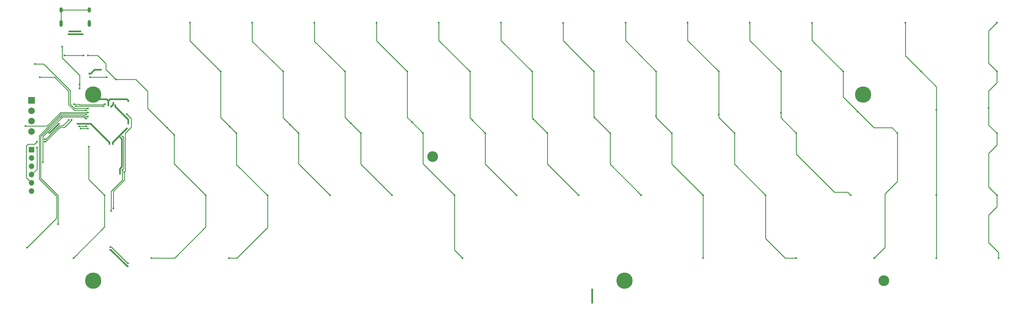
<source format=gbr>
%TF.GenerationSoftware,KiCad,Pcbnew,(5.99.0-2809-gaceed2b0a4)*%
%TF.CreationDate,2020-08-30T23:01:33-04:00*%
%TF.ProjectId,athene-pcb-f072,61746865-6e65-42d7-9063-622d66303732,rev?*%
%TF.SameCoordinates,Original*%
%TF.FileFunction,Copper,L1,Top*%
%TF.FilePolarity,Positive*%
%FSLAX46Y46*%
G04 Gerber Fmt 4.6, Leading zero omitted, Abs format (unit mm)*
G04 Created by KiCad (PCBNEW (5.99.0-2809-gaceed2b0a4)) date 2020-08-30 23:01:33*
%MOMM*%
%LPD*%
G01*
G04 APERTURE LIST*
%TA.AperFunction,ComponentPad*%
%ADD10C,5.000000*%
%TD*%
%TA.AperFunction,ComponentPad*%
%ADD11C,3.300000*%
%TD*%
%TA.AperFunction,ComponentPad*%
%ADD12R,1.700000X1.700000*%
%TD*%
%TA.AperFunction,ComponentPad*%
%ADD13O,1.700000X1.700000*%
%TD*%
%TA.AperFunction,ComponentPad*%
%ADD14O,1.000000X1.600000*%
%TD*%
%TA.AperFunction,ComponentPad*%
%ADD15O,1.000000X2.100000*%
%TD*%
%TA.AperFunction,ComponentPad*%
%ADD16R,1.998980X1.998980*%
%TD*%
%TA.AperFunction,ComponentPad*%
%ADD17C,1.998980*%
%TD*%
%TA.AperFunction,ViaPad*%
%ADD18C,0.600000*%
%TD*%
%TA.AperFunction,Conductor*%
%ADD19C,0.250000*%
%TD*%
%TA.AperFunction,Conductor*%
%ADD20C,0.500000*%
%TD*%
G04 APERTURE END LIST*
D10*
%TO.P,H4,1,1*%
%TO.N,GND*%
X203200000Y-101600000D03*
%TD*%
D11*
%TO.P,H5,1,1*%
%TO.N,GND*%
X282575000Y-101600000D03*
%TD*%
%TO.P,H3,1,1*%
%TO.N,GND*%
X144462500Y-63500000D03*
%TD*%
D10*
%TO.P,H2,1,1*%
%TO.N,GND*%
X40481250Y-101600000D03*
%TD*%
%TO.P,H1,1,1*%
%TO.N,GND*%
X40481250Y-44450000D03*
%TD*%
D12*
%TO.P,J3,1,Pin_1*%
%TO.N,GND*%
X21590000Y-61366400D03*
D13*
%TO.P,J3,2,Pin_2*%
%TO.N,NRST*%
X21590000Y-63906400D03*
%TO.P,J3,3,Pin_3*%
%TO.N,BOOT0*%
X21590000Y-66446400D03*
%TO.P,J3,4,Pin_4*%
%TO.N,SWDIO*%
X21590000Y-68986400D03*
%TO.P,J3,5,Pin_5*%
%TO.N,SWCLK*%
X21590000Y-71526400D03*
%TO.P,J3,6,Pin_6*%
%TO.N,+3V3*%
X21590000Y-74066400D03*
%TD*%
D10*
%TO.P,H6,1,1*%
%TO.N,GND*%
X276225000Y-44454000D03*
%TD*%
D14*
%TO.P,J1,13,SHIELD*%
%TO.N,Net-(C10-Pad1)*%
X30605000Y-18412500D03*
D15*
X39245000Y-22592500D03*
X30605000Y-22592500D03*
D14*
X39245000Y-18412500D03*
%TD*%
D16*
%TO.P,J2,1,Pin_1*%
%TO.N,GND*%
X21590000Y-46228000D03*
D17*
%TO.P,J2,2,Pin_2*%
%TO.N,I2C2_SDA*%
X21590000Y-49403000D03*
%TO.P,J2,3,Pin_3*%
%TO.N,I2C2_SCL*%
X21590000Y-52578000D03*
%TO.P,J2,4,Pin_4*%
%TO.N,+3V3*%
X21590000Y-55753000D03*
%TD*%
D18*
%TO.N,BOOT0*%
X46599000Y-79349600D03*
%TO.N,NRST*%
X45974000Y-80162400D03*
%TO.N,SWCLK*%
X32969200Y-52222400D03*
%TO.N,SWDIO*%
X33832800Y-52222400D03*
X35102800Y-48006000D03*
%TO.N,SWCLK*%
X34645600Y-47345600D03*
%TO.N,+3V3*%
X29921200Y-53390800D03*
%TO.N,SWCLK*%
X44094400Y-47345600D03*
%TO.N,SWDIO*%
X43637200Y-48006000D03*
%TO.N,+3V3*%
X35712400Y-53390800D03*
%TO.N,I2C2_SDA*%
X36220400Y-54152800D03*
%TO.N,I2C2_SCL*%
X36677600Y-54813200D03*
X38862000Y-54813200D03*
%TO.N,+3V3*%
X39725600Y-53390800D03*
%TO.N,GND*%
X45085000Y-46355000D03*
%TO.N,+3V3*%
X47224001Y-47752000D03*
%TO.N,GND*%
X45085000Y-47752000D03*
%TO.N,+3V3*%
X46609000Y-46939200D03*
X51206400Y-53289200D03*
X50800000Y-54864000D03*
%TO.N,NRST*%
X49530000Y-57277000D03*
%TO.N,+3V3*%
X45466000Y-59563000D03*
X46482000Y-59563000D03*
%TO.N,GND*%
X193294000Y-104292400D03*
X39243000Y-37973000D03*
X42799000Y-36830000D03*
X193294000Y-108305600D03*
X32893000Y-25908000D03*
X37211000Y-25908000D03*
X51181000Y-46482000D03*
%TO.N,NRST*%
X49403000Y-67513200D03*
%TO.N,ROW0*%
X37465000Y-32385000D03*
X38862000Y-48641000D03*
X31623000Y-32385000D03*
X22606000Y-35052000D03*
%TO.N,ROW1*%
X38354000Y-49276000D03*
X44577000Y-39116000D03*
X39497000Y-39116000D03*
X24130000Y-39116000D03*
%TO.N,ROW2*%
X38354000Y-51816000D03*
X25019000Y-65151000D03*
%TO.N,ROW4*%
X38354000Y-50546000D03*
X20193000Y-91440000D03*
%TO.N,BOOT0*%
X50038000Y-68199000D03*
X50800000Y-50419000D03*
%TO.N,COL0*%
X39116000Y-60452000D03*
X34417000Y-94615000D03*
X36322000Y-41275000D03*
X43942000Y-75311000D03*
X36322000Y-42545000D03*
X30988000Y-29718000D03*
%TO.N,COL1*%
X74930000Y-75311000D03*
X47371000Y-39751000D03*
X58293000Y-94615000D03*
X63119000Y-54610000D03*
X65278000Y-56769000D03*
X38862000Y-32385000D03*
%TO.N,COL2*%
X84322500Y-56261000D03*
X93853000Y-75438000D03*
X82042000Y-94615000D03*
X82296000Y-54229000D03*
X79502000Y-37338000D03*
X70104000Y-22352000D03*
%TO.N,COL3*%
X113030000Y-75311000D03*
X103378000Y-56261000D03*
X98614000Y-37338000D03*
X100838000Y-53721000D03*
X89154000Y-22352000D03*
%TO.N,COL4*%
X122428000Y-56261000D03*
X131953000Y-75311000D03*
X108204000Y-22352000D03*
X117602000Y-37338000D03*
X119380000Y-53213000D03*
%TO.N,COL5*%
X141478000Y-56261000D03*
X151130000Y-75311000D03*
X153543000Y-94615000D03*
X127254000Y-22352000D03*
X136652000Y-37338000D03*
X138049000Y-52832000D03*
%TO.N,COL6*%
X160528000Y-56261000D03*
X146304000Y-22352000D03*
X155829000Y-37338000D03*
X170053000Y-75311000D03*
X156591000Y-52324000D03*
%TO.N,COL7*%
X174879000Y-37338000D03*
X165354000Y-22352000D03*
X175260000Y-51943000D03*
X179578000Y-56261000D03*
X189103000Y-75311000D03*
%TO.N,COL8*%
X198755000Y-56261000D03*
X184384000Y-22400000D03*
X193929000Y-51435000D03*
X193802000Y-37338000D03*
X208280000Y-75311000D03*
%TO.N,COL9*%
X212852000Y-51054000D03*
X217678000Y-56261000D03*
X212852000Y-37338000D03*
X227203000Y-94615000D03*
X203484000Y-22352000D03*
X227203000Y-75311000D03*
%TO.N,COL10*%
X255778000Y-94615000D03*
X232029000Y-37338000D03*
X232029000Y-50546000D03*
X222504000Y-22300000D03*
X236855000Y-56261000D03*
X246380000Y-75311000D03*
%TO.N,COL11*%
X272415000Y-75311000D03*
X255778000Y-56261000D03*
X251079000Y-50038000D03*
X241554000Y-22352000D03*
X251079000Y-37338000D03*
%TO.N,COL12*%
X286766000Y-56261000D03*
X279654000Y-94615000D03*
X270129000Y-37338000D03*
X260604000Y-22400000D03*
X274574000Y-49657000D03*
%TO.N,COL13*%
X298704000Y-49149000D03*
X298704000Y-75311000D03*
X298704000Y-94615000D03*
X289184000Y-22352000D03*
X294005000Y-37338000D03*
%TO.N,COL14*%
X317246000Y-75311000D03*
X314700998Y-48508998D03*
X317754000Y-94615000D03*
X317246000Y-22352000D03*
X317246000Y-56261000D03*
X317246000Y-37338000D03*
%TO.N,I2C2_SDA*%
X38354000Y-54152800D03*
%TO.N,SWCLK*%
X25656798Y-58128100D03*
X23241000Y-58928000D03*
%TO.N,SWDIO*%
X25644000Y-58928000D03*
X23241000Y-60706000D03*
%TO.N,ROW3*%
X38862000Y-51181000D03*
X29718000Y-84201000D03*
%TO.N,RGB*%
X45720000Y-91236800D03*
X51076331Y-96215200D03*
X19685000Y-54102000D03*
X38862000Y-49911000D03*
%TO.N,VBUS*%
X33147000Y-25019000D03*
X36576000Y-25019000D03*
%TO.N,+5V*%
X45720000Y-92049600D03*
X51054000Y-97155000D03*
%TO.N,+3V3*%
X27025600Y-56184800D03*
X48437800Y-57226200D03*
X45974000Y-48133000D03*
X48641000Y-68707000D03*
%TD*%
D19*
%TO.N,BOOT0*%
X46599000Y-79349600D02*
X46599000Y-74118600D01*
X46599000Y-74118600D02*
X50038000Y-70679600D01*
X50038000Y-70679600D02*
X50038000Y-68199000D01*
%TO.N,NRST*%
X45974000Y-80162400D02*
X45974000Y-74107190D01*
X45974000Y-74107190D02*
X49403000Y-70678190D01*
X49403000Y-70678190D02*
X49403000Y-67513200D01*
%TO.N,RGB*%
X19685000Y-54102000D02*
X26335570Y-54102000D01*
X26335570Y-54102000D02*
X30526570Y-49911000D01*
X30526570Y-49911000D02*
X31470600Y-49911000D01*
X31470600Y-49911000D02*
X38862000Y-49911000D01*
%TO.N,ROW4*%
X38354000Y-50546000D02*
X38169010Y-50361010D01*
X38169010Y-50361010D02*
X30712968Y-50361012D01*
X30712968Y-50361012D02*
X26414199Y-54659781D01*
X29267990Y-82365010D02*
X20193000Y-91440000D01*
X26414199Y-54659781D02*
X26352797Y-54659781D01*
X23933991Y-70288991D02*
X29267990Y-75622990D01*
X26352797Y-54659781D02*
X23933991Y-57078587D01*
X29267990Y-75622990D02*
X29267990Y-82365010D01*
X23933991Y-57078587D02*
X23933991Y-70288991D01*
%TO.N,ROW3*%
X38862000Y-51181000D02*
X38098979Y-51181000D01*
X29718000Y-75436590D02*
X29718000Y-84201000D01*
X38098979Y-51181000D02*
X37728999Y-50811020D01*
X26539198Y-55109790D02*
X24384000Y-57264988D01*
X37728999Y-50811020D02*
X30899369Y-50811021D01*
X26600601Y-55109789D02*
X26539198Y-55109790D01*
X30899369Y-50811021D02*
X26600601Y-55109789D01*
X24384000Y-57264988D02*
X24384000Y-70102590D01*
X24384000Y-70102590D02*
X29718000Y-75436590D01*
%TO.N,ROW2*%
X38354000Y-51816000D02*
X38097569Y-51816000D01*
X38097569Y-51816000D02*
X37542599Y-51261030D01*
X37542599Y-51261030D02*
X31085770Y-51261030D01*
X31085770Y-51261030D02*
X26787001Y-55559799D01*
X26787001Y-55559799D02*
X26725599Y-55559799D01*
X26725599Y-55559799D02*
X25019000Y-57266398D01*
X25019000Y-57266398D02*
X25019000Y-65151000D01*
%TO.N,SWDIO*%
X33832800Y-52222400D02*
X33832800Y-52283802D01*
X33832800Y-52283802D02*
X31650791Y-54465811D01*
X31650791Y-54465811D02*
X30295785Y-54465811D01*
X30295785Y-54465811D02*
X25833596Y-58928000D01*
X25833596Y-58928000D02*
X25644000Y-58928000D01*
%TO.N,SWCLK*%
X32969200Y-52222400D02*
X31175799Y-54015801D01*
X31175799Y-54015801D02*
X30109385Y-54015801D01*
X30109385Y-54015801D02*
X25997086Y-58128100D01*
X25997086Y-58128100D02*
X25656798Y-58128100D01*
%TO.N,SWDIO*%
X35102800Y-48006000D02*
X43561000Y-48006000D01*
X43561000Y-48006000D02*
X43637200Y-48006000D01*
%TO.N,SWCLK*%
X34645600Y-47345600D02*
X36129402Y-47345600D01*
X36129402Y-47345600D02*
X36339792Y-47555990D01*
X36339792Y-47555990D02*
X43162208Y-47555990D01*
X43162208Y-47555990D02*
X43372598Y-47345600D01*
X43372598Y-47345600D02*
X44145200Y-47345600D01*
D20*
%TO.N,+3V3*%
X48641000Y-68707000D02*
X48641000Y-67165198D01*
X48641000Y-67165198D02*
X49216180Y-66590018D01*
X49216180Y-58027001D02*
X48437800Y-57248621D01*
X49216180Y-66590018D02*
X49216180Y-58027001D01*
X48437800Y-57248621D02*
X48437800Y-57226200D01*
D19*
%TO.N,NRST*%
X49530000Y-57277000D02*
X49791190Y-57538190D01*
X49791190Y-57538190D02*
X49791190Y-67125010D01*
X49791190Y-67125010D02*
X49403000Y-67513200D01*
%TO.N,BOOT0*%
X50800000Y-50419000D02*
X52137010Y-51756010D01*
X52137010Y-54415990D02*
X50241200Y-56311800D01*
X52137010Y-51756010D02*
X52137010Y-54415990D01*
X50241200Y-56311800D02*
X50241200Y-67995800D01*
X50241200Y-67995800D02*
X50038000Y-68199000D01*
D20*
%TO.N,+3V3*%
X29921200Y-53390800D02*
X27127200Y-56184800D01*
X27127200Y-56184800D02*
X27025600Y-56184800D01*
D19*
%TO.N,ROW0*%
X38862000Y-48641000D02*
X34669590Y-48641000D01*
X34669590Y-48641000D02*
X33401000Y-47372410D01*
X33401000Y-47372410D02*
X33401000Y-43180000D01*
X33401000Y-43180000D02*
X25273000Y-35052000D01*
X25273000Y-35052000D02*
X22606000Y-35052000D01*
%TO.N,ROW1*%
X38354000Y-49276000D02*
X34668180Y-49276000D01*
X32950990Y-43366400D02*
X28700590Y-39116000D01*
X34668180Y-49276000D02*
X32950990Y-47558810D01*
X32950990Y-47558810D02*
X32950990Y-43366400D01*
X28700590Y-39116000D02*
X24130000Y-39116000D01*
D20*
%TO.N,+3V3*%
X35712400Y-53390800D02*
X39725600Y-53390800D01*
D19*
%TO.N,I2C2_SDA*%
X36220400Y-54152800D02*
X38354000Y-54152800D01*
%TO.N,I2C2_SCL*%
X36677600Y-54813200D02*
X38862000Y-54813200D01*
D20*
%TO.N,+3V3*%
X39725600Y-53390800D02*
X39674800Y-53390800D01*
X39674800Y-53390800D02*
X45466000Y-59182000D01*
X45466000Y-59182000D02*
X45466000Y-59563000D01*
X47224001Y-47752000D02*
X47224001Y-48138401D01*
X47224001Y-48138401D02*
X51206400Y-52120800D01*
X51206400Y-52120800D02*
X51206400Y-53289200D01*
%TO.N,GND*%
X45085000Y-46355000D02*
X44577000Y-45847000D01*
X51181000Y-46228000D02*
X51181000Y-46482000D01*
X50800000Y-45847000D02*
X51181000Y-46228000D01*
X41878250Y-45847000D02*
X40481250Y-44450000D01*
X45593000Y-45847000D02*
X50800000Y-45847000D01*
X45085000Y-46355000D02*
X45593000Y-45847000D01*
X44577000Y-45847000D02*
X41878250Y-45847000D01*
X45085000Y-47752000D02*
X45085000Y-47498000D01*
X45085000Y-47498000D02*
X45085000Y-46355000D01*
%TO.N,+3V3*%
X46609000Y-46939200D02*
X46609000Y-47498000D01*
X46609000Y-47498000D02*
X45974000Y-48133000D01*
X50800000Y-54864000D02*
X48437800Y-57226200D01*
X46482000Y-59563000D02*
X46482000Y-59182000D01*
X46482000Y-59182000D02*
X48437800Y-57226200D01*
%TO.N,GND*%
X39751000Y-37973000D02*
X39243000Y-37973000D01*
X193294000Y-108305600D02*
X193294000Y-104292400D01*
X32893000Y-25908000D02*
X36975921Y-25908000D01*
X36975921Y-25908000D02*
X37211000Y-25908000D01*
X40894000Y-36830000D02*
X39751000Y-37973000D01*
X42799000Y-36830000D02*
X40894000Y-36830000D01*
D19*
%TO.N,Net-(C10-Pad1)*%
X30605000Y-19049500D02*
X30605000Y-22592500D01*
X39245000Y-18412500D02*
X31242000Y-18415000D01*
X31242000Y-18412500D02*
X30605000Y-19049500D01*
%TO.N,ROW0*%
X31623000Y-32385000D02*
X37465000Y-32385000D01*
%TO.N,ROW1*%
X44577000Y-39116000D02*
X39497000Y-39116000D01*
%TO.N,COL0*%
X39100000Y-70469000D02*
X43942000Y-75311000D01*
X36322000Y-41275000D02*
X36322000Y-38481000D01*
X36322000Y-38481000D02*
X30988000Y-33147000D01*
X34417000Y-94615000D02*
X43942000Y-85090000D01*
X36322000Y-41275000D02*
X36322000Y-42545000D01*
X43942000Y-85090000D02*
X43942000Y-75311000D01*
X39116000Y-60452000D02*
X39100000Y-70469000D01*
X30988000Y-33147000D02*
X30988000Y-29718000D01*
%TO.N,COL1*%
X57150000Y-48641000D02*
X65278000Y-56769000D01*
X41783000Y-32385000D02*
X38862000Y-32385000D01*
X47371000Y-39751000D02*
X44323000Y-36703000D01*
X74930000Y-85090000D02*
X74930000Y-75311000D01*
X65278000Y-56769000D02*
X65278000Y-65659000D01*
X44323000Y-34925000D02*
X41783000Y-32385000D01*
X47371000Y-39751000D02*
X53467000Y-39751000D01*
X74914000Y-75300000D02*
X74930000Y-75311000D01*
X57150000Y-43434000D02*
X57150000Y-48641000D01*
X65278000Y-65659000D02*
X74930000Y-75311000D01*
X65405000Y-94615000D02*
X74930000Y-85090000D01*
X53467000Y-39751000D02*
X57150000Y-43434000D01*
X58293000Y-94615000D02*
X65405000Y-94615000D01*
X44323000Y-36703000D02*
X44323000Y-34925000D01*
%TO.N,COL2*%
X82042000Y-94615000D02*
X84455000Y-94615000D01*
X84455000Y-94615000D02*
X93853000Y-85217000D01*
X79502000Y-51430250D02*
X79502000Y-37338000D01*
X70104000Y-27940000D02*
X70104000Y-22352000D01*
X84322500Y-65907500D02*
X93853000Y-75438000D01*
X79502000Y-37338000D02*
X70104000Y-27940000D01*
X84328000Y-56261000D02*
X84328000Y-56256250D01*
X93853000Y-85217000D02*
X93853000Y-75438000D01*
X84328000Y-56256250D02*
X79502000Y-51430250D01*
X84322500Y-56261000D02*
X84322500Y-65907500D01*
%TO.N,COL3*%
X89154000Y-28067000D02*
X89154000Y-22352000D01*
X98614000Y-37338000D02*
X98587000Y-37338000D01*
X113030000Y-75311000D02*
X103378000Y-65659000D01*
X100838000Y-53721000D02*
X98614000Y-51497000D01*
X98614000Y-51497000D02*
X98614000Y-37338000D01*
X103378000Y-56261000D02*
X100838000Y-53721000D01*
X103378000Y-65659000D02*
X103378000Y-56261000D01*
X98587000Y-37338000D02*
X89154000Y-28067000D01*
%TO.N,COL4*%
X122428000Y-65786000D02*
X122428000Y-56261000D01*
X117602000Y-37338000D02*
X108204000Y-28067000D01*
X131953000Y-75311000D02*
X122428000Y-65786000D01*
X108204000Y-28067000D02*
X108204000Y-22352000D01*
X122428000Y-56261000D02*
X119380000Y-53213000D01*
X117602000Y-51435000D02*
X117602000Y-37338000D01*
X119380000Y-53213000D02*
X117602000Y-51435000D01*
%TO.N,COL5*%
X136652000Y-51435000D02*
X136652000Y-37338000D01*
X151130000Y-75311000D02*
X141478000Y-65659000D01*
X151130000Y-92202000D02*
X151130000Y-75311000D01*
X127254000Y-27940000D02*
X127254000Y-22352000D01*
X141478000Y-65659000D02*
X141478000Y-56261000D01*
X151130000Y-75311000D02*
X151130000Y-79223498D01*
X138049000Y-52832000D02*
X136652000Y-51435000D01*
X141478000Y-56261000D02*
X138049000Y-52832000D01*
X153543000Y-94615000D02*
X151130000Y-92202000D01*
X136652000Y-37338000D02*
X127254000Y-27940000D01*
%TO.N,COL6*%
X155829000Y-37338000D02*
X146304000Y-27813000D01*
X146304000Y-27813000D02*
X146304000Y-22352000D01*
X155829000Y-51562000D02*
X155829000Y-42050000D01*
X160528000Y-56261000D02*
X155829000Y-51562000D01*
X170053000Y-75311000D02*
X160528000Y-65786000D01*
X155829000Y-37338000D02*
X155829000Y-42037000D01*
X160528000Y-65786000D02*
X160528000Y-56261000D01*
%TO.N,COL7*%
X175260000Y-51943000D02*
X174879000Y-51562000D01*
X179578000Y-65786000D02*
X179578000Y-56261000D01*
X174879000Y-51562000D02*
X174879000Y-37338000D01*
X179578000Y-56261000D02*
X175260000Y-51943000D01*
X189103000Y-75311000D02*
X179578000Y-65786000D01*
X165354000Y-27813000D02*
X165354000Y-22352000D01*
X174879000Y-37338000D02*
X165354000Y-27813000D01*
%TO.N,COL8*%
X193802000Y-51308000D02*
X193802000Y-37338000D01*
X193929000Y-51435000D02*
X193802000Y-51308000D01*
X186254000Y-29700000D02*
X186254000Y-29790000D01*
X184404000Y-27820000D02*
X186284000Y-29700000D01*
X198755000Y-65786000D02*
X198755000Y-56261000D01*
X184404000Y-22420000D02*
X184404000Y-27820000D01*
X186254000Y-29790000D02*
X193802000Y-37338000D01*
X198755000Y-56261000D02*
X193929000Y-51435000D01*
X208280000Y-75311000D02*
X198755000Y-65786000D01*
X184384000Y-22400000D02*
X184404000Y-22420000D01*
%TO.N,COL9*%
X227203000Y-75311000D02*
X217678000Y-65786000D01*
X217678000Y-65786000D02*
X217678000Y-56261000D01*
X212852000Y-51435000D02*
X212852000Y-37338000D01*
X203484000Y-27843000D02*
X203484000Y-22352000D01*
X217678000Y-56261000D02*
X212852000Y-51435000D01*
X212852000Y-37338000D02*
X203484000Y-27843000D01*
X227203000Y-87884000D02*
X227203000Y-94615000D01*
X227203000Y-75311000D02*
X227203000Y-87884000D01*
%TO.N,COL10*%
X222504000Y-22300000D02*
X222504000Y-27813000D01*
X246380000Y-75311000D02*
X246380000Y-88646000D01*
X236855000Y-65786000D02*
X236855000Y-56261000D01*
X232029000Y-51435000D02*
X236855000Y-56261000D01*
X232029000Y-50546000D02*
X232029000Y-51435000D01*
X232029000Y-50546000D02*
X232029000Y-37338000D01*
X246380000Y-88646000D02*
X252349000Y-94615000D01*
X252349000Y-94615000D02*
X255778000Y-94615000D01*
X222504000Y-27813000D02*
X232029000Y-37338000D01*
X246380000Y-75311000D02*
X236855000Y-65786000D01*
%TO.N,COL11*%
X272415000Y-75311000D02*
X271526000Y-74422000D01*
X251079000Y-50038000D02*
X251079000Y-37338000D01*
X255778000Y-62738000D02*
X255778000Y-56261000D01*
X251079000Y-37338000D02*
X241554000Y-27813000D01*
X267462000Y-74422000D02*
X255778000Y-62738000D01*
X251079000Y-51562000D02*
X255778000Y-56261000D01*
X271526000Y-74422000D02*
X267462000Y-74422000D01*
X241554000Y-27813000D02*
X241554000Y-22352000D01*
X251079000Y-50038000D02*
X251079000Y-51562000D01*
%TO.N,COL12*%
X286766000Y-56261000D02*
X285115000Y-54610000D01*
X282956000Y-74930000D02*
X286766000Y-71120000D01*
X285115000Y-54610000D02*
X279527000Y-54610000D01*
X279527000Y-54610000D02*
X270129000Y-45212000D01*
X260604000Y-27813000D02*
X260604000Y-22400000D01*
X282956000Y-91313000D02*
X282956000Y-74930000D01*
X270129000Y-37338000D02*
X260604000Y-27813000D01*
X279654000Y-94615000D02*
X282956000Y-91313000D01*
X286766000Y-71120000D02*
X286766000Y-56261000D01*
X270129000Y-45212000D02*
X270129000Y-37338000D01*
%TO.N,COL13*%
X298704000Y-88519000D02*
X298704000Y-94615000D01*
X298704000Y-42037000D02*
X294005000Y-37338000D01*
X294005000Y-37338000D02*
X289184000Y-32517000D01*
X298704000Y-75311000D02*
X298704000Y-49149000D01*
X298704000Y-49149000D02*
X298704000Y-42037000D01*
X298704000Y-75311000D02*
X298704000Y-88519000D01*
X289184000Y-32517000D02*
X289184000Y-22352000D01*
%TO.N,COL14*%
X314706000Y-43307000D02*
X317246000Y-40767000D01*
X317754000Y-92964000D02*
X314706000Y-89916000D01*
X314706000Y-81394000D02*
X317200000Y-78900000D01*
X314706000Y-34798000D02*
X314706000Y-24892000D01*
X317246000Y-40767000D02*
X317246000Y-37338000D01*
X314706000Y-72771000D02*
X314706000Y-62494000D01*
X317246000Y-59954000D02*
X317246000Y-56261000D01*
X317246000Y-37338000D02*
X314706000Y-34798000D01*
X317754000Y-94615000D02*
X317754000Y-92964000D01*
X314706000Y-62494000D02*
X317246000Y-59954000D01*
X317246000Y-75311000D02*
X314706000Y-72771000D01*
X314706000Y-24892000D02*
X317246000Y-22352000D01*
X317200000Y-78900000D02*
X317246000Y-75311000D01*
X314706000Y-89916000D02*
X314706000Y-81394000D01*
X317246000Y-56261000D02*
X314706000Y-53848000D01*
X314706000Y-53848000D02*
X314706000Y-43307000D01*
%TO.N,SWCLK*%
X19939000Y-60198000D02*
X19939000Y-69875400D01*
X22479000Y-59690000D02*
X20447000Y-59690000D01*
X20447000Y-59690000D02*
X19939000Y-60198000D01*
X19939000Y-69875400D02*
X21590000Y-71526400D01*
X23241000Y-58928000D02*
X22479000Y-59690000D01*
%TO.N,SWDIO*%
X23241000Y-67335400D02*
X21590000Y-68986400D01*
X23241000Y-60706000D02*
X23241000Y-67335400D01*
%TO.N,RGB*%
X51054000Y-96215200D02*
X46075600Y-91236800D01*
X46075600Y-91236800D02*
X45720000Y-91236800D01*
X51076331Y-96215200D02*
X51054000Y-96215200D01*
D20*
%TO.N,VBUS*%
X33147000Y-25019000D02*
X36576000Y-25019000D01*
%TO.N,+5V*%
X45821600Y-92049600D02*
X50927000Y-97155000D01*
X45720000Y-92049600D02*
X45821600Y-92049600D01*
X50927000Y-97155000D02*
X51054000Y-97155000D01*
%TD*%
M02*

</source>
